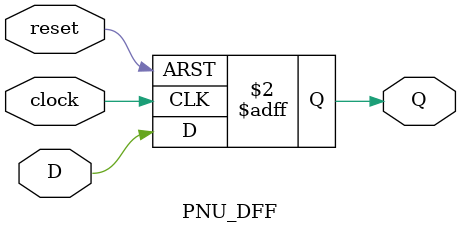
<source format=v>
/***********************
*
* Jong-gyu Park
* pjk5401@gmail.com
* 2016/09/02
*
***********************/

module PNU_DFF(D, clock, reset, Q);
    input D, clock, reset;
    output Q;
    reg Q;
    
    always@(posedge clock or posedge reset)
        if( reset ) begin
            Q <= 1'b0;
        end else begin
            Q <= D;
        end
endmodule
</source>
